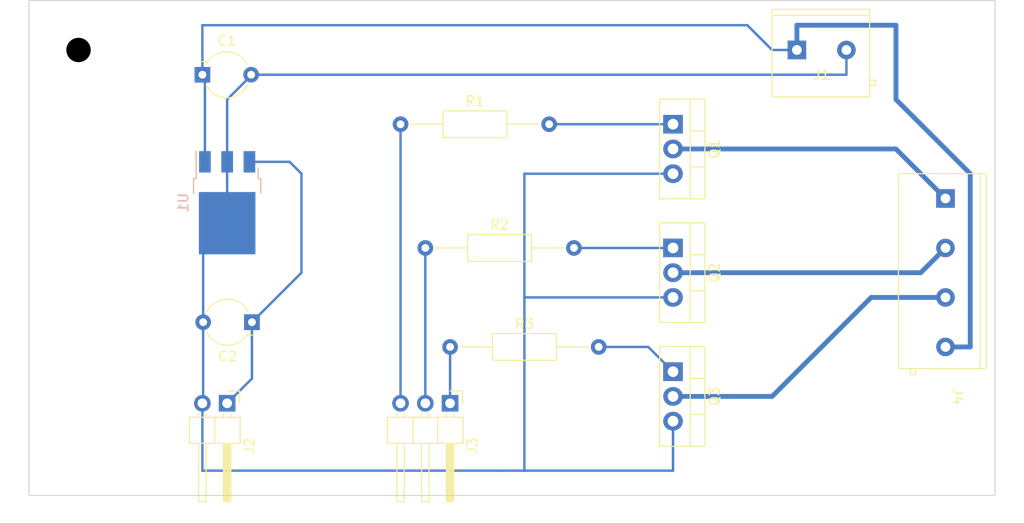
<source format=kicad_pcb>
(kicad_pcb (version 20211014) (generator pcbnew)
  (layers (0 "F.Cu" signal) (31 "B.Cu" signal) (34 "B.Paste" user) (35 "F.Paste" user) (36 "B.SilkS" user "B.Silkscreen") (37 "F.SilkS" user "F.Silkscreen") (38 "B.Mask" user) (39 "F.Mask" user) (44 "Edge.Cuts" user))
  (net 0 "")
  (net 1 "+12V")
  (net 2 "GND")
  (net 3 "+5V")
  (net 4 "/Blue Controller")
  (net 5 "/Green Controller")
  (net 6 "/Red Controller")
  (net 7 "/Red")
  (net 8 "/Green")
  (net 9 "/Blue")
  (net 10 "Net-(Q1-Pad1)")
  (net 11 "Net-(Q2-Pad1)")
  (net 12 "Net-(Q3-Pad1)")
  (footprint "Capacitor_THT:CP_Radial_Tantal_D4.5mm_P5.00mm" (layer "F.Cu") (at 58.42 76.2 180)
    (fp_text reference "C2" (at 2.5 -3.5) (layer "F.SilkS"))
    (fp_text value "0.1µF")
    (fp_line (start -0.037288 -1.335) (end 0.412712 -1.335) (layer "F.SilkS") (width 0.12))
    (fp_line (start 0.187712 -1.56) (end 0.187712 -1.11) (layer "F.SilkS") (width 0.12))
    (fp_arc (start 0.380259 -1.06) (mid 2.5 -2.37) (end 4.619741 -1.06) (layer "F.SilkS") (width 0.12))
    (fp_arc (start 4.619741 1.06) (mid 2.5 2.37) (end 0.380259 1.06) (layer "F.SilkS") (width 0.12))
    (pad "1" thru_hole rect (at 0 0 180) (size 1.6 1.6) (drill 0.8) (layers *.Cu *.Mask) (net 3 "+5V"))
    (pad "2" thru_hole circle (at 5 0 180) (size 1.6 1.6) (drill 0.8) (layers *.Cu *.Mask) (net 2 "GND"))
  )
  (footprint "Resistor_THT:R_Axial_DIN0207_L6.3mm_D2.5mm_P15.24mm_Horizontal" (layer "F.Cu") (at 78.74 78.74)
    (fp_text reference "R3" (at 7.62 -2.37) (layer "F.SilkS"))
    (fp_text value "1k")
    (fp_line (start 14.2 0) (end 10.89 0) (layer "F.SilkS") (width 0.12))
    (fp_line (start 4.35 1.37) (end 10.89 1.37) (layer "F.SilkS") (width 0.12))
    (fp_line (start 10.89 -1.37) (end 4.35 -1.37) (layer "F.SilkS") (width 0.12))
    (fp_line (start 1.04 0) (end 4.35 0) (layer "F.SilkS") (width 0.12))
    (fp_line (start 10.89 1.37) (end 10.89 -1.37) (layer "F.SilkS") (width 0.12))
    (fp_line (start 4.35 -1.37) (end 4.35 1.37) (layer "F.SilkS") (width 0.12))
    (pad "1" thru_hole circle (at 0 0) (size 1.6 1.6) (drill 0.8) (layers *.Cu *.Mask) (net 4 "/Blue Controller"))
    (pad "2" thru_hole oval (at 15.24 0) (size 1.6 1.6) (drill 0.8) (layers *.Cu *.Mask) (net 12 "Net-(Q3-Pad1)"))
  )
  (footprint "Connector_PinHeader_2.54mm:PinHeader_1x03_P2.54mm_Horizontal" (layer "F.Cu") (at 78.74 84.525 -90)
    (fp_text reference "J3" (at 4.385 -2.27 90) (layer "F.SilkS"))
    (fp_text value "Controller_PWM_PINs")
    (fp_line (start 1.44 6.41) (end 4.1 6.41) (layer "F.SilkS") (width 0.12))
    (fp_line (start 1.44 3.81) (end 4.1 3.81) (layer "F.SilkS") (width 0.12))
    (fp_line (start 1.042929 5.46) (end 1.44 5.46) (layer "F.SilkS") (width 0.12))
    (fp_line (start 1.042929 2.16) (end 1.44 2.16) (layer "F.SilkS") (width 0.12))
    (fp_line (start 4.1 4.7) (end 10.1 4.7) (layer "F.SilkS") (width 0.12))
    (fp_line (start 10.1 0.38) (end 4.1 0.38) (layer "F.SilkS") (width 0.12))
    (fp_line (start 10.1 -0.38) (end 10.1 0.38) (layer "F.SilkS") (width 0.12))
    (fp_line (start 1.44 -1.33) (end 1.44 6.41) (layer "F.SilkS") (width 0.12))
    (fp_line (start 4.1 0.16) (end 10.1 0.16) (layer "F.SilkS") (width 0.12))
    (fp_line (start 4.1 -0.32) (end 10.1 -0.32) (layer "F.SilkS") (width 0.12))
    (fp_line (start -1.27 0) (end -1.27 -1.27) (layer "F.SilkS") (width 0.12))
    (fp_line (start 4.1 -0.38) (end 10.1 -0.38) (layer "F.SilkS") (width 0.12))
    (fp_line (start 10.1 2.16) (end 10.1 2.92) (layer "F.SilkS") (width 0.12))
    (fp_line (start 4.1 -0.08) (end 10.1 -0.08) (layer "F.SilkS") (width 0.12))
    (fp_line (start 4.1 2.16) (end 10.1 2.16) (layer "F.SilkS") (width 0.12))
    (fp_line (start 1.11 -0.38) (end 1.44 -0.38) (layer "F.SilkS") (width 0.12))
    (fp_line (start 1.44 1.27) (end 4.1 1.27) (layer "F.SilkS") (width 0.12))
    (fp_line (start 10.1 5.46) (end 4.1 5.46) (layer "F.SilkS") (width 0.12))
    (fp_line (start 4.1 -0.2) (end 10.1 -0.2) (layer "F.SilkS") (width 0.12))
    (fp_line (start 10.1 2.92) (end 4.1 2.92) (layer "F.SilkS") (width 0.12))
    (fp_line (start 4.1 6.41) (end 4.1 -1.33) (layer "F.SilkS") (width 0.12))
    (fp_line (start 1.042929 4.7) (end 1.44 4.7) (layer "F.SilkS") (width 0.12))
    (fp_line (start 4.1 0.04) (end 10.1 0.04) (layer "F.SilkS") (width 0.12))
    (fp_line (start 1.042929 2.92) (end 1.44 2.92) (layer "F.SilkS") (width 0.12))
    (fp_line (start 4.1 -1.33) (end 1.44 -1.33) (layer "F.SilkS") (width 0.12))
    (fp_line (start 1.11 0.38) (end 1.44 0.38) (layer "F.SilkS") (width 0.12))
    (fp_line (start 10.1 4.7) (end 10.1 5.46) (layer "F.SilkS") (width 0.12))
    (fp_line (start 4.1 0.28) (end 10.1 0.28) (layer "F.SilkS") (width 0.12))
    (fp_line (start -1.27 -1.27) (end 0 -1.27) (layer "F.SilkS") (width 0.12))
    (pad "1" thru_hole rect (at 0 0 270) (size 1.7 1.7) (drill 1) (layers *.Cu *.Mask) (net 4 "/Blue Controller"))
    (pad "2" thru_hole oval (at 0 2.54 270) (size 1.7 1.7) (drill 1) (layers *.Cu *.Mask) (net 5 "/Green Controller"))
    (pad "3" thru_hole oval (at 0 5.08 270) (size 1.7 1.7) (drill 1) (layers *.Cu *.Mask) (net 6 "/Red Controller"))
  )
  (footprint "MountingHole:MountingHole_2.5mm" (layer "F.Cu") (at 129.54 48.26)
    (fp_text reference "REF**" hide)
    (fp_text value "MountingHole_2.5mm")
    (pad "" np_thru_hole circle (at 0 0) (size 2.5 2.5) (drill 2.5) (layers *.Cu *.Mask))
  )
  (footprint "Resistor_THT:R_Axial_DIN0207_L6.3mm_D2.5mm_P15.24mm_Horizontal" (layer "F.Cu") (at 73.66 55.88)
    (fp_text reference "R1" (at 7.62 -2.37) (layer "F.SilkS"))
    (fp_text value "1k")
    (fp_line (start 10.89 -1.37) (end 4.35 -1.37) (layer "F.SilkS") (width 0.12))
    (fp_line (start 4.35 1.37) (end 10.89 1.37) (layer "F.SilkS") (width 0.12))
    (fp_line (start 4.35 -1.37) (end 4.35 1.37) (layer "F.SilkS") (width 0.12))
    (fp_line (start 14.2 0) (end 10.89 0) (layer "F.SilkS") (width 0.12))
    (fp_line (start 10.89 1.37) (end 10.89 -1.37) (layer "F.SilkS") (width 0.12))
    (fp_line (start 1.04 0) (end 4.35 0) (layer "F.SilkS") (width 0.12))
    (pad "1" thru_hole circle (at 0 0) (size 1.6 1.6) (drill 0.8) (layers *.Cu *.Mask) (net 6 "/Red Controller"))
    (pad "2" thru_hole oval (at 15.24 0) (size 1.6 1.6) (drill 0.8) (layers *.Cu *.Mask) (net 10 "Net-(Q1-Pad1)"))
  )
  (footprint "MountingHole:MountingHole_2.5mm" (layer "F.Cu") (at 40.64 48.26)
    (fp_text reference "REF**" hide)
    (fp_text value "MountingHole_2.5mm")
    (pad "" np_thru_hole circle (at 0 0) (size 2.5 2.5) (drill 2.5) (layers *.Mask))
  )
  (footprint "Connector_PinHeader_2.54mm:PinHeader_1x02_P2.54mm_Horizontal" (layer "F.Cu") (at 55.88 84.525 -90)
    (fp_text reference "J2" (at 4.385 -2.27 90) (layer "F.SilkS"))
    (fp_text value "5V_Power")
    (fp_line (start 10.1 -0.38) (end 10.1 0.38) (layer "F.SilkS") (width 0.12))
    (fp_line (start 10.1 2.92) (end 4.1 2.92) (layer "F.SilkS") (width 0.12))
    (fp_line (start -1.27 -1.27) (end 0 -1.27) (layer "F.SilkS") (width 0.12))
    (fp_line (start 4.1 0.04) (end 10.1 0.04) (layer "F.SilkS") (width 0.12))
    (fp_line (start 1.44 -1.33) (end 1.44 3.87) (layer "F.SilkS") (width 0.12))
    (fp_line (start 4.1 -0.08) (end 10.1 -0.08) (layer "F.SilkS") (width 0.12))
    (fp_line (start -1.27 0) (end -1.27 -1.27) (layer "F.SilkS") (width 0.12))
    (fp_line (start 1.44 3.87) (end 4.1 3.87) (layer "F.SilkS") (width 0.12))
    (fp_line (start 10.1 0.38) (end 4.1 0.38) (layer "F.SilkS") (width 0.12))
    (fp_line (start 4.1 0.28) (end 10.1 0.28) (layer "F.SilkS") (width 0.12))
    (fp_line (start 1.11 0.38) (end 1.44 0.38) (layer "F.SilkS") (width 0.12))
    (fp_line (start 4.1 2.16) (end 10.1 2.16) (layer "F.SilkS") (width 0.12))
    (fp_line (start 4.1 -0.38) (end 10.1 -0.38) (layer "F.SilkS") (width 0.12))
    (fp_line (start 4.1 -0.2) (end 10.1 -0.2) (layer "F.SilkS") (width 0.12))
    (fp_line (start 1.042929 2.16) (end 1.44 2.16) (layer "F.SilkS") (width 0.12))
    (fp_line (start 10.1 2.16) (end 10.1 2.92) (layer "F.SilkS") (width 0.12))
    (fp_line (start 4.1 3.87) (end 4.1 -1.33) (layer "F.SilkS") (width 0.12))
    (fp_line (start 4.1 -0.32) (end 10.1 -0.32) (layer "F.SilkS") (width 0.12))
    (fp_line (start 4.1 0.16) (end 10.1 0.16) (layer "F.SilkS") (width 0.12))
    (fp_line (start 4.1 -1.33) (end 1.44 -1.33) (layer "F.SilkS") (width 0.12))
    (fp_line (start 1.042929 2.92) (end 1.44 2.92) (layer "F.SilkS") (width 0.12))
    (fp_line (start 1.44 1.27) (end 4.1 1.27) (layer "F.SilkS") (width 0.12))
    (fp_line (start 1.11 -0.38) (end 1.44 -0.38) (layer "F.SilkS") (width 0.12))
    (pad "1" thru_hole rect (at 0 0 270) (size 1.7 1.7) (drill 1) (layers *.Cu *.Mask) (net 3 "+5V"))
    (pad "2" thru_hole oval (at 0 2.54 270) (size 1.7 1.7) (drill 1) (layers *.Cu *.Mask) (net 2 "GND"))
  )
  (footprint "Package_TO_SOT_THT:TO-220-3_Vertical" (layer "F.Cu") (at 101.6 81.28 -90)
    (fp_text reference "Q3" (at 2.54 -4.27 90) (layer "F.SilkS"))
    (fp_text value "TIP120")
    (fp_line (start -2.58 -3.27) (end -2.58 1.371) (layer "F.SilkS") (width 0.12))
    (fp_line (start -2.58 -1.76) (end 7.66 -1.76) (layer "F.SilkS") (width 0.12))
    (fp_line (start 4.391 -3.27) (end 4.391 -1.76) (layer "F.SilkS") (width 0.12))
    (fp_line (start 0.69 -3.27) (end 0.69 -1.76) (layer "F.SilkS") (width 0.12))
    (fp_line (start -2.58 1.371) (end 7.66 1.371) (layer "F.SilkS") (width 0.12))
    (fp_line (start -2.58 -3.27) (end 7.66 -3.27) (layer "F.SilkS") (width 0.12))
    (fp_line (start 7.66 -3.27) (end 7.66 1.371) (layer "F.SilkS") (width 0.12))
    (pad "1" thru_hole rect (at 0 0 270) (size 1.905 2) (drill 1.1) (layers *.Cu *.Mask) (net 12 "Net-(Q3-Pad1)"))
    (pad "2" thru_hole oval (at 2.54 0 270) (size 1.905 2) (drill 1.1) (layers *.Cu *.Mask) (net 9 "/Blue"))
    (pad "3" thru_hole oval (at 5.08 0 270) (size 1.905 2) (drill 1.1) (layers *.Cu *.Mask) (net 2 "GND"))
  )
  (footprint "MountingHole:MountingHole_2.5mm" (layer "F.Cu") (at 129.54 88.9)
    (fp_text reference "REF**" hide)
    (fp_text value "MountingHole_2.5mm")
    (pad "" np_thru_hole circle (at 0 0) (size 2.5 2.5) (drill 2.5) (layers *.Cu *.Mask))
  )
  (footprint "Connector_Reichelt:Connector CTB1202_4BK" (layer "F.Cu") (at 129.54 63.5 -90)
    (fp_text reference "J4" (at 20.32 -1.27 -90 unlocked) (layer "F.SilkS"))
    (fp_text value "RGB_Strip")
    (fp_line (start -2.54 -3.556) (end 17.366 -3.556) (layer "F.SilkS") (width 0.12))
    (fp_rect (start 17.4714 3.6068) (end 18.081 3.0988) (layer "F.SilkS") (width 0.12) (fill none))
    (fp_rect (start -2.54 -4.174) (end 17.46 4.826) (layer "F.SilkS") (width 0.12) (fill none))
    (pad "1" thru_hole rect (at 0 0 270) (size 1.9 1.9) (drill 1) (layers *.Cu *.Mask) (net 7 "/Red"))
    (pad "2" thru_hole circle (at 5.08 0 270) (size 1.9 1.9) (drill 1) (layers *.Cu *.Mask) (net 8 "/Green"))
    (pad "3" thru_hole circle (at 10.16 0 270) (size 1.9 1.9) (drill 1) (layers *.Cu *.Mask) (net 9 "/Blue"))
    (pad "4" thru_hole circle (at 15.24 0 270) (size 1.9 1.9) (drill 1) (layers *.Cu *.Mask) (net 1 "+12V"))
  )
  (footprint "Resistor_THT:R_Axial_DIN0207_L6.3mm_D2.5mm_P15.24mm_Horizontal" (layer "F.Cu") (at 76.2 68.58)
    (fp_text reference "R2" (at 7.62 -2.37) (layer "F.SilkS"))
    (fp_text value "1k")
    (fp_line (start 1.04 0) (end 4.35 0) (layer "F.SilkS") (width 0.12))
    (fp_line (start 4.35 -1.37) (end 4.35 1.37) (layer "F.SilkS") (width 0.12))
    (fp_line (start 10.89 -1.37) (end 4.35 -1.37) (layer "F.SilkS") (width 0.12))
    (fp_line (start 14.2 0) (end 10.89 0) (layer "F.SilkS") (width 0.12))
    (fp_line (start 10.89 1.37) (end 10.89 -1.37) (layer "F.SilkS") (width 0.12))
    (fp_line (start 4.35 1.37) (end 10.89 1.37) (layer "F.SilkS") (width 0.12))
    (pad "1" thru_hole circle (at 0 0) (size 1.6 1.6) (drill 0.8) (layers *.Cu *.Mask) (net 5 "/Green Controller"))
    (pad "2" thru_hole oval (at 15.24 0) (size 1.6 1.6) (drill 0.8) (layers *.Cu *.Mask) (net 11 "Net-(Q2-Pad1)"))
  )
  (footprint "Package_TO_SOT_THT:TO-220-3_Vertical" (layer "F.Cu") (at 101.6 68.58 -90)
    (fp_text reference "Q2" (at 2.54 -4.27 90) (layer "F.SilkS"))
    (fp_text value "TIP120")
    (fp_line (start 0.69 -3.27) (end 0.69 -1.76) (layer "F.SilkS") (width 0.12))
    (fp_line (start -2.58 1.371) (end 7.66 1.371) (layer "F.SilkS") (width 0.12))
    (fp_line (start -2.58 -1.76) (end 7.66 -1.76) (layer "F.SilkS") (width 0.12))
    (fp_line (start -2.58 -3.27) (end 7.66 -3.27) (layer "F.SilkS") (width 0.12))
    (fp_line (start 4.391 -3.27) (end 4.391 -1.76) (layer "F.SilkS") (width 0.12))
    (fp_line (start 7.66 -3.27) (end 7.66 1.371) (layer "F.SilkS") (width 0.12))
    (fp_line (start -2.58 -3.27) (end -2.58 1.371) (layer "F.SilkS") (width 0.12))
    (pad "1" thru_hole rect (at 0 0 270) (size 1.905 2) (drill 1.1) (layers *.Cu *.Mask) (net 11 "Net-(Q2-Pad1)"))
    (pad "2" thru_hole oval (at 2.54 0 270) (size 1.905 2) (drill 1.1) (layers *.Cu *.Mask) (net 8 "/Green"))
    (pad "3" thru_hole oval (at 5.08 0 270) (size 1.905 2) (drill 1.1) (layers *.Cu *.Mask) (net 2 "GND"))
  )
  (footprint "Connector_Reichelt:Connector CTB1202_2BK" (layer "F.Cu") (at 114.3 48.26)
    (fp_text reference "J1" (at 2.54 2.54 unlocked) (layer "F.SilkS"))
    (fp_text value "12V_Power")
    (fp_line (start -2.54 -3.556) (end 7.366 -3.556) (layer "F.SilkS") (width 0.12))
    (fp_rect (start -2.54 -4.174) (end 7.46 4.826) (layer "F.SilkS") (width 0.12) (fill none))
    (fp_rect (start 7.4676 3.6068) (end 8.0772 3.0988) (layer "F.SilkS") (width 0.12) (fill none))
    (pad "1" thru_hole rect (at 0 0) (size 1.9 1.9) (drill 1) (layers *.Cu *.Mask) (net 1 "+12V"))
    (pad "2" thru_hole circle (at 5.08 0) (size 1.9 1.9) (drill 1) (layers *.Cu *.Mask) (net 2 "GND"))
  )
  (footprint "MountingHole:MountingHole_2.5mm" (layer "F.Cu") (at 40.64 88.9)
    (fp_text reference "REF**" hide)
    (fp_text value "MountingHole_2.5mm")
    (pad "" np_thru_hole circle (at 0 0) (size 2.5 2.5) (drill 2.5) (layers *.Cu *.Mask))
  )
  (footprint "Capacitor_THT:CP_Radial_Tantal_D4.5mm_P5.00mm" (layer "F.Cu") (at 53.34 50.8)
    (fp_text reference "C1" (at 2.5 -3.5) (layer "F.SilkS"))
    (fp_text value "0.33µF")
    (fp_line (start 0.187712 -1.56) (end 0.187712 -1.11) (layer "F.SilkS") (width 0.12))
    (fp_line (start -0.037288 -1.335) (end 0.412712 -1.335) (layer "F.SilkS") (width 0.12))
    (fp_arc (start 4.619741 1.06) (mid 2.5 2.37) (end 0.380259 1.06) (layer "F.SilkS") (width 0.12))
    (fp_arc (start 0.380259 -1.06) (mid 2.5 -2.37) (end 4.619741 -1.06) (layer "F.SilkS") (width 0.12))
    (pad "1" thru_hole rect (at 0 0) (size 1.6 1.6) (drill 0.8) (layers *.Cu *.Mask) (net 1 "+12V"))
    (pad "2" thru_hole circle (at 5 0) (size 1.6 1.6) (drill 0.8) (layers *.Cu *.Mask) (net 2 "GND"))
  )
  (footprint "Package_TO_SOT_THT:TO-220-3_Vertical" (layer "F.Cu") (at 101.6 55.88 -90)
    (fp_text reference "Q1" (at 2.54 -4.27 90) (layer "F.SilkS"))
    (fp_text value "TIP120")
    (fp_line (start 0.69 -3.27) (end 0.69 -1.76) (layer "F.SilkS") (width 0.12))
    (fp_line (start -2.58 -3.27) (end -2.58 1.371) (layer "F.SilkS") (width 0.12))
    (fp_line (start 7.66 -3.27) (end 7.66 1.371) (layer "F.SilkS") (width 0.12))
    (fp_line (start 4.391 -3.27) (end 4.391 -1.76) (layer "F.SilkS") (width 0.12))
    (fp_line (start -2.58 1.371) (end 7.66 1.371) (layer "F.SilkS") (width 0.12))
    (fp_line (start -2.58 -1.76) (end 7.66 -1.76) (layer "F.SilkS") (width 0.12))
    (fp_line (start -2.58 -3.27) (end 7.66 -3.27) (layer "F.SilkS") (width 0.12))
    (pad "1" thru_hole rect (at 0 0 270) (size 1.905 2) (drill 1.1) (layers *.Cu *.Mask) (net 10 "Net-(Q1-Pad1)"))
    (pad "2" thru_hole oval (at 2.54 0 270) (size 1.905 2) (drill 1.1) (layers *.Cu *.Mask) (net 7 "/Red"))
    (pad "3" thru_hole oval (at 5.08 0 270) (size 1.905 2) (drill 1.1) (layers *.Cu *.Mask) (net 2 "GND"))
  )
  (footprint "Package_TO_SOT_SMD:TO-252-3_TabPin2" (layer "B.Cu") (at 55.88 63.94 -90)
    (fp_text reference "U1" (at 0 4.5 90) (layer "B.SilkS") (effects (justify mirror)))
    (fp_text value "L7805")
    (fp_line (start -0.97 3.45) (end -2.47 3.45) (layer "B.SilkS") (width 0.12))
    (fp_line (start -0.97 -3.45) (end -2.47 -3.45) (layer "B.SilkS") (width 0.12))
    (fp_line (start -2.47 3.18) (end -5.3 3.18) (layer "B.SilkS") (width 0.12))
    (fp_line (start -2.47 3.45) (end -2.47 3.18) (layer "B.SilkS") (width 0.12))
    (fp_line (start -2.47 -3.45) (end -2.47 -3.18) (layer "B.SilkS") (width 0.12))
    (fp_line (start -2.47 -3.18) (end -3.57 -3.18) (layer "B.SilkS") (width 0.12))
    (pad "1" smd rect (at -4.2 2.28 270) (size 2.2 1.2) (layers "B.Cu" "B.Paste" "B.Mask") (net 1 "+12V"))
    (pad "2" smd rect (at 2.1 0 270) (size 6.4 5.8) (layers "B.Cu" "B.Mask") (net 2 "GND"))
    (pad "2" smd rect (at -4.2 0 270) (size 2.2 1.2) (layers "B.Cu" "B.Paste" "B.Mask") (net 2 "GND"))
    (pad "3" smd rect (at -4.2 -2.28 270) (size 2.2 1.2) (layers "B.Cu" "B.Paste" "B.Mask") (net 3 "+5V"))
  )
  (gr_rect (start 35.56 43.18) (end 134.62 93.98) (layer "Edge.Cuts") (width 0.1) (fill none))
  (segment (start 109.22 45.72) (end 53.34 45.72) (width 0.25) (layer "B.Cu") (net 1))
  (segment (start 53.6 51.06) (end 53.34 50.8) (width 0.25) (layer "B.Cu") (net 1))
  (segment (start 53.6 59.74) (end 53.6 51.06) (width 0.25) (layer "B.Cu") (net 1))
  (segment (start 114.3 48.26) (end 114.3 45.72) (width 0.5) (layer "B.Cu") (net 1))
  (segment (start 124.46 53.34) (end 132.08 60.96) (width 0.5) (layer "B.Cu") (net 1))
  (segment (start 124.46 45.72) (end 124.46 53.34) (width 0.5) (layer "B.Cu") (net 1))
  (segment (start 111.76 48.26) (end 109.22 45.72) (width 0.25) (layer "B.Cu") (net 1))
  (segment (start 53.34 45.72) (end 53.34 50.8) (width 0.25) (layer "B.Cu") (net 1))
  (segment (start 114.3 48.26) (end 111.76 48.26) (width 0.25) (layer "B.Cu") (net 1))
  (segment (start 132.08 78.74) (end 129.54 78.74) (width 0.5) (layer "B.Cu") (net 1))
  (segment (start 114.3 45.72) (end 124.46 45.72) (width 0.5) (layer "B.Cu") (net 1))
  (segment (start 132.08 60.96) (end 132.08 78.74) (width 0.5) (layer "B.Cu") (net 1))
  (segment (start 83.82 91.44) (end 53.34 91.44) (width 0.25) (layer "B.Cu") (net 2))
  (segment (start 58.42 50.8) (end 58.34 50.8) (width 0.25) (layer "B.Cu") (net 2))
  (segment (start 53.34 91.44) (end 53.34 84.525) (width 0.25) (layer "B.Cu") (net 2))
  (segment (start 86.36 60.96) (end 86.36 91.44) (width 0.25) (layer "B.Cu") (net 2))
  (segment (start 53.42 76.2) (end 53.42 84.445) (width 0.25) (layer "B.Cu") (net 2))
  (segment (start 55.88 53.34) (end 58.42 50.8) (width 0.25) (layer "B.Cu") (net 2))
  (segment (start 101.6 73.66) (end 86.36 73.66) (width 0.25) (layer "B.Cu") (net 2))
  (segment (start 58.34 50.8) (end 119.38 50.8) (width 0.25) (layer "B.Cu") (net 2))
  (segment (start 101.6 91.44) (end 83.82 91.44) (width 0.25) (layer "B.Cu") (net 2))
  (segment (start 119.38 50.8) (end 119.38 48.26) (width 0.25) (layer "B.Cu") (net 2))
  (segment (start 53.42 84.445) (end 53.34 84.525) (width 0.25) (layer "B.Cu") (net 2))
  (segment (start 101.6 60.96) (end 86.36 60.96) (width 0.25) (layer "B.Cu") (net 2))
  (segment (start 53.42 76.2) (end 53.42 68.5) (width 0.25) (layer "B.Cu") (net 2))
  (segment (start 53.42 68.5) (end 55.88 66.04) (width 0.25) (layer "B.Cu") (net 2))
  (segment (start 101.6 86.36) (end 101.6 91.44) (width 0.25) (layer "B.Cu") (net 2))
  (segment (start 55.88 53.34) (end 55.88 66.04) (width 0.25) (layer "B.Cu") (net 2))
  (segment (start 58.42 76.2) (end 58.42 81.985) (width 0.25) (layer "B.Cu") (net 3))
  (segment (start 58.42 81.985) (end 55.88 84.525) (width 0.25) (layer "B.Cu") (net 3))
  (segment (start 58.42 76.2) (end 63.5 71.12) (width 0.25) (layer "B.Cu") (net 3))
  (segment (start 62.28 59.74) (end 58.16 59.74) (width 0.25) (layer "B.Cu") (net 3))
  (segment (start 63.5 60.96) (end 62.28 59.74) (width 0.25) (layer "B.Cu") (net 3))
  (segment (start 63.5 71.12) (end 63.5 60.96) (width 0.25) (layer "B.Cu") (net 3))
  (segment (start 78.74 78.74) (end 78.74 84.525) (width 0.25) (layer "B.Cu") (net 4))
  (segment (start 76.2 68.58) (end 76.2 84.525) (width 0.25) (layer "B.Cu") (net 5))
  (segment (start 73.66 84.525) (end 73.66 55.88) (width 0.25) (layer "B.Cu") (net 6))
  (segment (start 124.46 58.42) (end 129.54 63.5) (width 0.5) (layer "B.Cu") (net 7))
  (segment (start 101.6 58.42) (end 124.46 58.42) (width 0.5) (layer "B.Cu") (net 7))
  (segment (start 101.6 71.12) (end 127 71.12) (width 0.5) (layer "B.Cu") (net 8))
  (segment (start 127 71.12) (end 129.54 68.58) (width 0.5) (layer "B.Cu") (net 8))
  (segment (start 121.92 73.66) (end 129.54 73.66) (width 0.5) (layer "B.Cu") (net 9))
  (segment (start 111.76 83.82) (end 121.92 73.66) (width 0.5) (layer "B.Cu") (net 9))
  (segment (start 101.6 83.82) (end 111.76 83.82) (width 0.5) (layer "B.Cu") (net 9))
  (segment (start 88.9 55.88) (end 101.6 55.88) (width 0.25) (layer "B.Cu") (net 10))
  (segment (start 91.44 68.58) (end 101.6 68.58) (width 0.25) (layer "B.Cu") (net 11))
  (segment (start 93.98 78.74) (end 99.06 78.74) (width 0.25) (layer "B.Cu") (net 12))
  (segment (start 99.06 78.74) (end 101.6 81.28) (width 0.25) (layer "B.Cu") (net 12))
)
</source>
